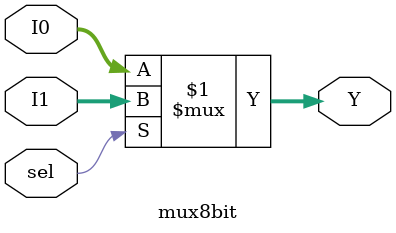
<source format=v>
`timescale 1ns / 1ps


module mux8bit(
input sel,
input [7:0]I1,I0,
output [7:0]Y
    );
    
assign Y = sel ? I1 : I0;

endmodule
</source>
